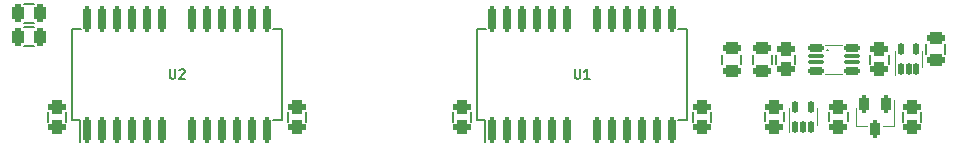
<source format=gto>
G04 #@! TF.GenerationSoftware,KiCad,Pcbnew,7.0.1-0*
G04 #@! TF.CreationDate,2023-11-01T19:37:56-04:00*
G04 #@! TF.ProjectId,GW4194,47573431-3934-42e6-9b69-6361645f7063,1.1-SOJ-DC*
G04 #@! TF.SameCoordinates,Original*
G04 #@! TF.FileFunction,Legend,Top*
G04 #@! TF.FilePolarity,Positive*
%FSLAX46Y46*%
G04 Gerber Fmt 4.6, Leading zero omitted, Abs format (unit mm)*
G04 Created by KiCad (PCBNEW 7.0.1-0) date 2023-11-01 19:37:56*
%MOMM*%
%LPD*%
G01*
G04 APERTURE LIST*
G04 Aperture macros list*
%AMRoundRect*
0 Rectangle with rounded corners*
0 $1 Rounding radius*
0 $2 $3 $4 $5 $6 $7 $8 $9 X,Y pos of 4 corners*
0 Add a 4 corners polygon primitive as box body*
4,1,4,$2,$3,$4,$5,$6,$7,$8,$9,$2,$3,0*
0 Add four circle primitives for the rounded corners*
1,1,$1+$1,$2,$3*
1,1,$1+$1,$4,$5*
1,1,$1+$1,$6,$7*
1,1,$1+$1,$8,$9*
0 Add four rect primitives between the rounded corners*
20,1,$1+$1,$2,$3,$4,$5,0*
20,1,$1+$1,$4,$5,$6,$7,0*
20,1,$1+$1,$6,$7,$8,$9,0*
20,1,$1+$1,$8,$9,$2,$3,0*%
G04 Aperture macros list end*
%ADD10C,0.203200*%
%ADD11C,0.152400*%
%ADD12C,0.120000*%
%ADD13C,0.200000*%
%ADD14RoundRect,0.312500X0.437500X-0.262500X0.437500X0.262500X-0.437500X0.262500X-0.437500X-0.262500X0*%
%ADD15C,0.952400*%
%ADD16RoundRect,0.520700X-0.444500X-0.825500X0.444500X-0.825500X0.444500X0.825500X-0.444500X0.825500X0*%
%ADD17RoundRect,0.262500X0.212500X0.487500X-0.212500X0.487500X-0.212500X-0.487500X0.212500X-0.487500X0*%
%ADD18RoundRect,0.262500X-0.212500X-0.487500X0.212500X-0.487500X0.212500X0.487500X-0.212500X0.487500X0*%
%ADD19RoundRect,0.312500X-0.437500X0.262500X-0.437500X-0.262500X0.437500X-0.262500X0.437500X0.262500X0*%
%ADD20RoundRect,0.262500X-0.487500X0.212500X-0.487500X-0.212500X0.487500X-0.212500X0.487500X0.212500X0*%
%ADD21RoundRect,0.140000X0.100000X-0.400000X0.100000X0.400000X-0.100000X0.400000X-0.100000X-0.400000X0*%
%ADD22RoundRect,0.250000X-0.200000X0.475000X-0.200000X-0.475000X0.200000X-0.475000X0.200000X0.475000X0*%
%ADD23RoundRect,0.262500X0.487500X-0.212500X0.487500X0.212500X-0.487500X0.212500X-0.487500X-0.212500X0*%
%ADD24RoundRect,0.200000X0.150000X-0.866000X0.150000X0.866000X-0.150000X0.866000X-0.150000X-0.866000X0*%
%ADD25RoundRect,0.200000X-0.475000X-0.175000X0.475000X-0.175000X0.475000X0.175000X-0.475000X0.175000X0*%
%ADD26RoundRect,0.100000X-0.600000X-0.075000X0.600000X-0.075000X0.600000X0.075000X-0.600000X0.075000X0*%
%ADD27RoundRect,0.200000X-0.500000X0.175000X-0.500000X-0.175000X0.500000X-0.175000X0.500000X0.175000X0*%
%ADD28RoundRect,0.200000X-0.500000X-0.175000X0.500000X-0.175000X0.500000X0.175000X-0.500000X0.175000X0*%
G04 APERTURE END LIST*
D10*
X128920723Y-89225216D02*
X128920723Y-89883197D01*
X128920723Y-89883197D02*
X128959428Y-89960607D01*
X128959428Y-89960607D02*
X128998133Y-89999312D01*
X128998133Y-89999312D02*
X129075542Y-90038016D01*
X129075542Y-90038016D02*
X129230361Y-90038016D01*
X129230361Y-90038016D02*
X129307771Y-89999312D01*
X129307771Y-89999312D02*
X129346476Y-89960607D01*
X129346476Y-89960607D02*
X129385180Y-89883197D01*
X129385180Y-89883197D02*
X129385180Y-89225216D01*
X130197981Y-90038016D02*
X129733524Y-90038016D01*
X129965752Y-90038016D02*
X129965752Y-89225216D01*
X129965752Y-89225216D02*
X129888343Y-89341331D01*
X129888343Y-89341331D02*
X129810933Y-89418740D01*
X129810933Y-89418740D02*
X129733524Y-89457445D01*
X94630723Y-89225216D02*
X94630723Y-89883197D01*
X94630723Y-89883197D02*
X94669428Y-89960607D01*
X94669428Y-89960607D02*
X94708133Y-89999312D01*
X94708133Y-89999312D02*
X94785542Y-90038016D01*
X94785542Y-90038016D02*
X94940361Y-90038016D01*
X94940361Y-90038016D02*
X95017771Y-89999312D01*
X95017771Y-89999312D02*
X95056476Y-89960607D01*
X95056476Y-89960607D02*
X95095180Y-89883197D01*
X95095180Y-89883197D02*
X95095180Y-89225216D01*
X95443524Y-89302626D02*
X95482228Y-89263921D01*
X95482228Y-89263921D02*
X95559638Y-89225216D01*
X95559638Y-89225216D02*
X95753162Y-89225216D01*
X95753162Y-89225216D02*
X95830571Y-89263921D01*
X95830571Y-89263921D02*
X95869276Y-89302626D01*
X95869276Y-89302626D02*
X95907981Y-89380035D01*
X95907981Y-89380035D02*
X95907981Y-89457445D01*
X95907981Y-89457445D02*
X95869276Y-89573559D01*
X95869276Y-89573559D02*
X95404819Y-90038016D01*
X95404819Y-90038016D02*
X95907981Y-90038016D01*
D11*
X84290000Y-93663400D02*
X84290000Y-92850600D01*
X85890000Y-93663400D02*
X85890000Y-92850600D01*
X104610000Y-93663400D02*
X104610000Y-92850600D01*
X106210000Y-93663400D02*
X106210000Y-92850600D01*
X118580000Y-93663400D02*
X118580000Y-92850600D01*
X120180000Y-93663400D02*
X120180000Y-92850600D01*
X156680000Y-93663400D02*
X156680000Y-92850600D01*
X158280000Y-93663400D02*
X158280000Y-92850600D01*
X83106400Y-87300000D02*
X82293600Y-87300000D01*
X83106400Y-85700000D02*
X82293600Y-85700000D01*
X82293600Y-83700000D02*
X83106400Y-83700000D01*
X82293600Y-85300000D02*
X83106400Y-85300000D01*
X147600000Y-87993600D02*
X147600000Y-88806400D01*
X146000000Y-87993600D02*
X146000000Y-88806400D01*
X145600000Y-87993600D02*
X145600000Y-88806400D01*
X144000000Y-87993600D02*
X144000000Y-88806400D01*
D12*
X147090000Y-92520000D02*
X147090000Y-94550000D01*
X149410000Y-93930000D02*
X149410000Y-92520000D01*
X156040000Y-87670000D02*
X156040000Y-89700000D01*
X158360000Y-89080000D02*
X158360000Y-87670000D01*
D11*
X155500000Y-87993600D02*
X155500000Y-88806400D01*
X153900000Y-87993600D02*
X153900000Y-88806400D01*
D12*
X152770000Y-94010000D02*
X153700000Y-94010000D01*
X152770000Y-94010000D02*
X152770000Y-92550000D01*
X155930000Y-94010000D02*
X155000000Y-94010000D01*
X155930000Y-94010000D02*
X155930000Y-91850000D01*
D11*
X152050000Y-92843600D02*
X152050000Y-93656400D01*
X150450000Y-92843600D02*
X150450000Y-93656400D01*
X141400000Y-88806400D02*
X141400000Y-87993600D01*
X143000000Y-88806400D02*
X143000000Y-87993600D01*
X146600000Y-92843600D02*
X146600000Y-93656400D01*
X145000000Y-92843600D02*
X145000000Y-93656400D01*
X120650000Y-93537000D02*
X121300000Y-93537000D01*
X120650000Y-93537000D02*
X120650000Y-85787000D01*
X121300000Y-93537000D02*
X121300000Y-95362000D01*
X138430000Y-93537000D02*
X137685000Y-93537000D01*
X138430000Y-93537000D02*
X138430000Y-85787000D01*
X120650000Y-85787000D02*
X121395000Y-85787000D01*
X138430000Y-85787000D02*
X137685000Y-85787000D01*
X86360000Y-93537000D02*
X87010000Y-93537000D01*
X86360000Y-93537000D02*
X86360000Y-85787000D01*
X87010000Y-93537000D02*
X87010000Y-95362000D01*
X104140000Y-93537000D02*
X103395000Y-93537000D01*
X104140000Y-93537000D02*
X104140000Y-85787000D01*
X86360000Y-85787000D02*
X87105000Y-85787000D01*
X104140000Y-85787000D02*
X103395000Y-85787000D01*
X138900000Y-93663400D02*
X138900000Y-92850600D01*
X140500000Y-93663400D02*
X140500000Y-92850600D01*
D13*
X150350000Y-87600000D02*
X150300000Y-87600000D01*
D12*
X151550000Y-87200000D02*
X150150000Y-87200000D01*
X151550000Y-89600000D02*
X150150000Y-89600000D01*
D11*
X160300000Y-87093600D02*
X160300000Y-87906400D01*
X158700000Y-87093600D02*
X158700000Y-87906400D01*
%LPC*%
D14*
X85090000Y-94107000D03*
X85090000Y-92407000D03*
X105410000Y-94107000D03*
X105410000Y-92407000D03*
X119380000Y-94107000D03*
X119380000Y-92407000D03*
X157480000Y-94107000D03*
X157480000Y-92407000D03*
D15*
X83820000Y-98806000D03*
D16*
X83820000Y-100076000D03*
D15*
X86360000Y-98806000D03*
D16*
X86360000Y-100076000D03*
D15*
X88900000Y-98806000D03*
D16*
X88900000Y-100076000D03*
D15*
X91440000Y-98806000D03*
D16*
X91440000Y-100076000D03*
D15*
X93980000Y-98806000D03*
D16*
X93980000Y-100076000D03*
D15*
X96520000Y-98806000D03*
D16*
X96520000Y-100076000D03*
D15*
X99060000Y-98806000D03*
D16*
X99060000Y-100076000D03*
D15*
X101600000Y-98806000D03*
D16*
X101600000Y-100076000D03*
D15*
X104140000Y-98806000D03*
D16*
X104140000Y-100076000D03*
D15*
X106680000Y-98806000D03*
D16*
X106680000Y-100076000D03*
D15*
X109220000Y-98806000D03*
D16*
X109220000Y-100076000D03*
D15*
X111760000Y-98806000D03*
D16*
X111760000Y-100076000D03*
D15*
X114300000Y-98806000D03*
D16*
X114300000Y-100076000D03*
D15*
X116840000Y-98806000D03*
D16*
X116840000Y-100076000D03*
D15*
X119380000Y-98806000D03*
D16*
X119380000Y-100076000D03*
D15*
X121920000Y-98806000D03*
D16*
X121920000Y-100076000D03*
D15*
X124460000Y-98806000D03*
D16*
X124460000Y-100076000D03*
D15*
X127000000Y-98806000D03*
D16*
X127000000Y-100076000D03*
D15*
X129540000Y-98806000D03*
D16*
X129540000Y-100076000D03*
D15*
X132080000Y-98806000D03*
D16*
X132080000Y-100076000D03*
D15*
X134620000Y-98806000D03*
D16*
X134620000Y-100076000D03*
D15*
X137160000Y-98806000D03*
D16*
X137160000Y-100076000D03*
D15*
X139700000Y-98806000D03*
D16*
X139700000Y-100076000D03*
D15*
X142240000Y-98806000D03*
D16*
X142240000Y-100076000D03*
D15*
X144780000Y-98806000D03*
D16*
X144780000Y-100076000D03*
D15*
X147320000Y-98806000D03*
D16*
X147320000Y-100076000D03*
D15*
X149860000Y-98806000D03*
D16*
X149860000Y-100076000D03*
D15*
X152400000Y-98806000D03*
D16*
X152400000Y-100076000D03*
D15*
X154940000Y-98806000D03*
D16*
X154940000Y-100076000D03*
D15*
X157480000Y-98806000D03*
D16*
X157480000Y-100076000D03*
D17*
X83650000Y-86500000D03*
X81750000Y-86500000D03*
D18*
X81750000Y-84500000D03*
X83650000Y-84500000D03*
D19*
X146800000Y-87550000D03*
X146800000Y-89250000D03*
D20*
X144800000Y-87450000D03*
X144800000Y-89350000D03*
D21*
X147600000Y-94100000D03*
X148250000Y-94100000D03*
X148900000Y-94100000D03*
X148900000Y-92400000D03*
X147600000Y-92400000D03*
X156550000Y-89250000D03*
X157200000Y-89250000D03*
X157850000Y-89250000D03*
X157850000Y-87550000D03*
X156550000Y-87550000D03*
D19*
X154700000Y-87550000D03*
X154700000Y-89250000D03*
D22*
X155300000Y-92200000D03*
X153400000Y-92200000D03*
X154350000Y-94300000D03*
D19*
X151250000Y-92400000D03*
X151250000Y-94100000D03*
D23*
X142200000Y-89350000D03*
X142200000Y-87450000D03*
D19*
X145800000Y-92400000D03*
X145800000Y-94100000D03*
D24*
X121920000Y-94361000D03*
X123190000Y-94361000D03*
X124460000Y-94361000D03*
X125730000Y-94361000D03*
X127000000Y-94361000D03*
X128270000Y-94361000D03*
X130810000Y-94361000D03*
X132080000Y-94361000D03*
X133350000Y-94361000D03*
X134620000Y-94361000D03*
X135890000Y-94361000D03*
X137160000Y-94361000D03*
X137160000Y-84963000D03*
X135890000Y-84963000D03*
X134620000Y-84963000D03*
X133350000Y-84963000D03*
X132080000Y-84963000D03*
X130810000Y-84963000D03*
X128270000Y-84963000D03*
X127000000Y-84963000D03*
X125730000Y-84963000D03*
X124460000Y-84963000D03*
X123190000Y-84963000D03*
X121920000Y-84963000D03*
X87630000Y-94361000D03*
X88900000Y-94361000D03*
X90170000Y-94361000D03*
X91440000Y-94361000D03*
X92710000Y-94361000D03*
X93980000Y-94361000D03*
X96520000Y-94361000D03*
X97790000Y-94361000D03*
X99060000Y-94361000D03*
X100330000Y-94361000D03*
X101600000Y-94361000D03*
X102870000Y-94361000D03*
X102870000Y-84963000D03*
X101600000Y-84963000D03*
X100330000Y-84963000D03*
X99060000Y-84963000D03*
X97790000Y-84963000D03*
X96520000Y-84963000D03*
X93980000Y-84963000D03*
X92710000Y-84963000D03*
X91440000Y-84963000D03*
X90170000Y-84963000D03*
X88900000Y-84963000D03*
X87630000Y-84963000D03*
D14*
X139700000Y-94107000D03*
X139700000Y-92407000D03*
D25*
X149350000Y-87450000D03*
D26*
X149325000Y-88150000D03*
X149325000Y-88650000D03*
D25*
X149350000Y-89350000D03*
D27*
X152375000Y-89350000D03*
D26*
X152375000Y-88650000D03*
X152375000Y-88150000D03*
D28*
X152375000Y-87450000D03*
D20*
X159500000Y-86550000D03*
X159500000Y-88450000D03*
M02*

</source>
